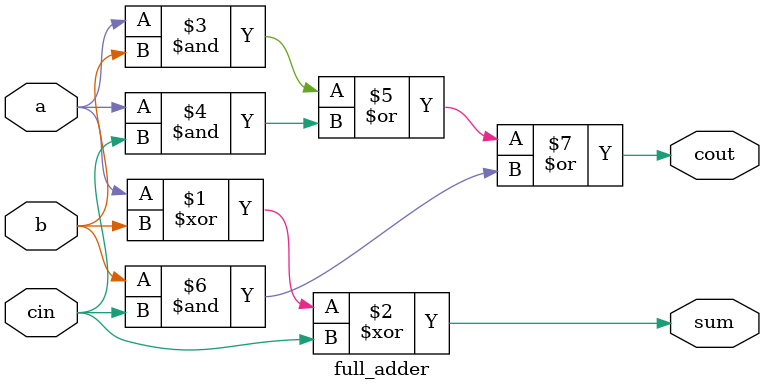
<source format=sv>
module top_module (
    input [3:0] x,
    input [3:0] y,
    output [4:0] sum
);

wire [3:0] carry;

full_adder fa0 (.a(x[0]), .b(y[0]), .cin(1'b0), .sum(sum[0]), .cout(carry[0]));
full_adder fa1 (.a(x[1]), .b(y[1]), .cin(carry[0]), .sum(sum[1]), .cout(carry[1]));
full_adder fa2 (.a(x[2]), .b(y[2]), .cin(carry[1]), .sum(sum[2]), .cout(carry[2]));
full_adder fa3 (.a(x[3]), .b(y[3]), .cin(carry[2]), .sum(sum[3]), .cout(carry[3]));

assign sum[4] = carry[3];

endmodule
module full_adder (
    input a,
    input b, 
    input cin,
    output sum,
    output cout
);

assign sum = a ^ b ^ cin;
assign cout = (a & b) | (a & cin) | (b & cin);

endmodule

</source>
